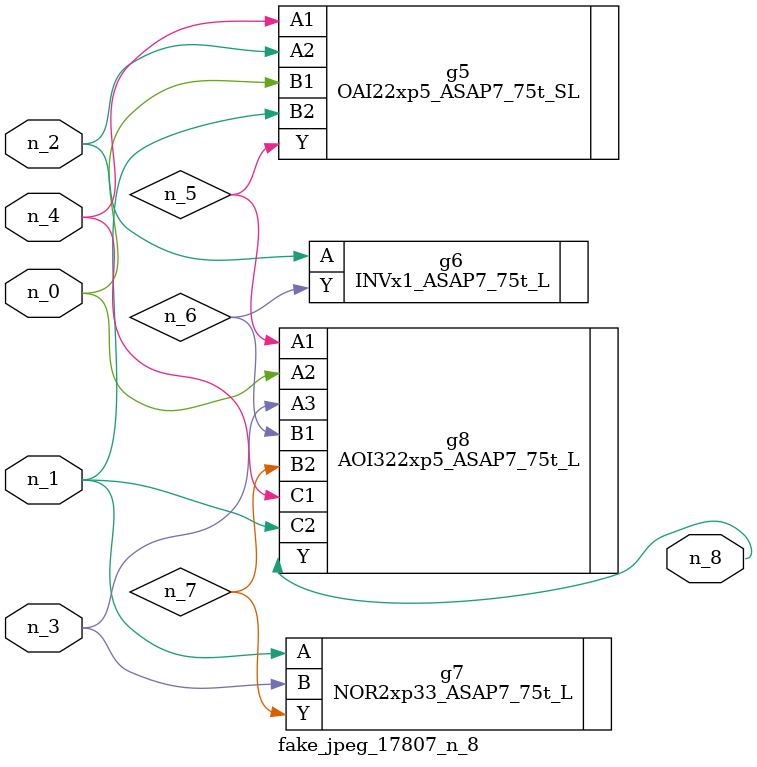
<source format=v>
module fake_jpeg_17807_n_8 (n_3, n_2, n_1, n_0, n_4, n_8);

input n_3;
input n_2;
input n_1;
input n_0;
input n_4;

output n_8;

wire n_6;
wire n_5;
wire n_7;

OAI22xp5_ASAP7_75t_SL g5 ( 
.A1(n_4),
.A2(n_2),
.B1(n_0),
.B2(n_1),
.Y(n_5)
);

INVx1_ASAP7_75t_L g6 ( 
.A(n_2),
.Y(n_6)
);

NOR2xp33_ASAP7_75t_L g7 ( 
.A(n_1),
.B(n_3),
.Y(n_7)
);

AOI322xp5_ASAP7_75t_L g8 ( 
.A1(n_5),
.A2(n_0),
.A3(n_3),
.B1(n_6),
.B2(n_7),
.C1(n_4),
.C2(n_1),
.Y(n_8)
);


endmodule
</source>
